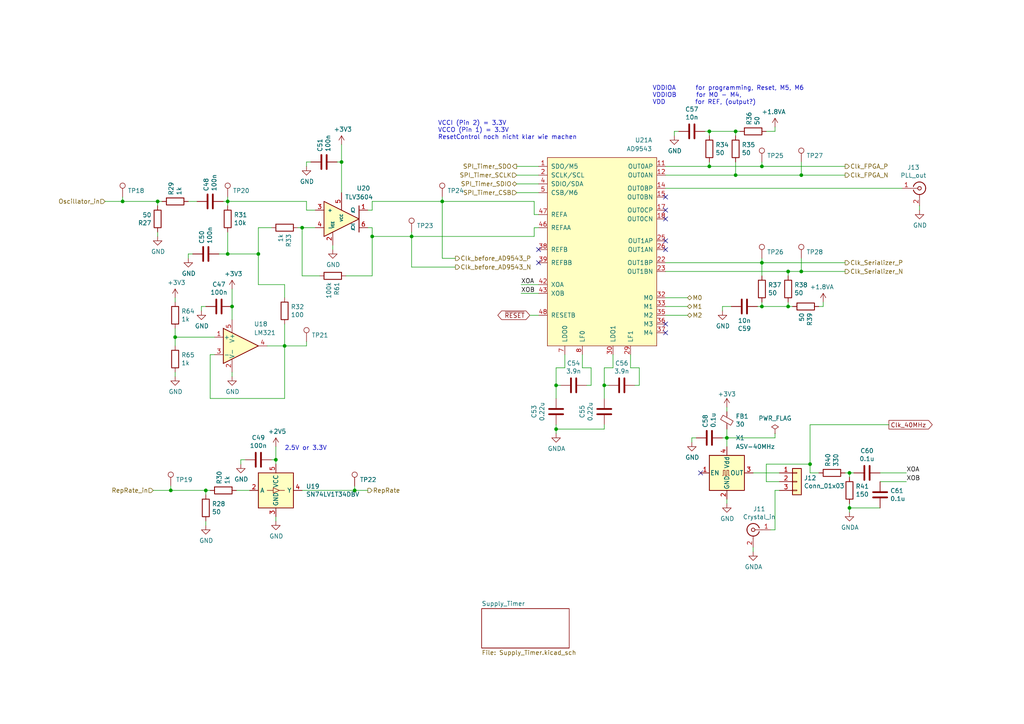
<source format=kicad_sch>
(kicad_sch (version 20250114) (generator "eeschema") (generator_version "9.0")
  (paper "A4")
  (title_block (title "TDS Transmitter - Clock PLL") (date "2025-02-17") (company "(C) 2025 ETH Zurich, Y. Acremann") (comment 1 "License:  GNU public license v. 3.0"))
  (lib_symbols
    (symbol "AD9543:AD9543" (pin_names (offset 1.016))
      (property "Reference" "U" (at 16.51 22.86 0))
      (property "Value" "AD9543" (at 14.605 20.32 0))
      (symbol "AD9543_1_1"
        (rectangle (start -16.51 27.94) (end 15.24 -26.67) (fill (type background)))
        (pin output line (at -19.05 25.4 0) (length 2.54) (name "SDO/M5") (number "1"))
        (pin input line (at -19.05 22.86 0) (length 2.54) (name "SCLK/SCL") (number "2"))
        (pin bidirectional line (at -19.05 20.32 0) (length 2.54) (name "SDIO/SDA") (number "4"))
        (pin bidirectional line (at -19.05 17.78 0) (length 2.54) (name "CSB/M6") (number "5"))
        (pin input line (at -19.05 11.43 0) (length 2.54) (name "REFA") (number "47"))
        (pin input line (at -19.05 7.62 0) (length 2.54) (name "REFAA") (number "46"))
        (pin input line (at -19.05 1.27 0) (length 2.54) (name "REFB") (number "38"))
        (pin input line (at -19.05 -2.54 0) (length 2.54) (name "REFBB") (number "39"))
        (pin input line (at -19.05 -8.89 0) (length 2.54) (name "XOA") (number "42"))
        (pin input line (at -19.05 -11.43 0) (length 2.54) (name "XOB") (number "43"))
        (pin input line (at -19.05 -17.78 0) (length 2.54) (name "RESETB") (number "48"))
        (pin input line (at -11.43 -29.21 90) (length 2.54) (name "LDO0") (number "7"))
        (pin no_connect line (at -10.16 27.94 270) (length 2.54) (hide yes) (name "DNC") (number "44"))
        (pin no_connect line (at -7.62 27.94 270) (length 2.54) (hide yes) (name "DNC") (number "21"))
        (pin bidirectional line (at -6.35 -29.21 90) (length 2.54) (name "LF0") (number "8"))
        (pin no_connect line (at -5.08 27.94 270) (length 2.54) (hide yes) (name "DNC") (number "16"))
        (pin input line (at 2.54 -29.21 90) (length 2.54) (name "LDO1") (number "30"))
        (pin bidirectional line (at 7.62 -29.21 90) (length 2.54) (name "LF1") (number "29"))
        (pin output line (at 17.78 25.4 180) (length 2.54) (name "OUT0AP") (number "11"))
        (pin output line (at 17.78 22.86 180) (length 2.54) (name "OUT0AN") (number "12"))
        (pin output line (at 17.78 19.05 180) (length 2.54) (name "OUT0BP") (number "14"))
        (pin output line (at 17.78 16.51 180) (length 2.54) (name "OUT0BN") (number "15"))
        (pin output line (at 17.78 12.7 180) (length 2.54) (name "OUT0CP") (number "17"))
        (pin output line (at 17.78 10.16 180) (length 2.54) (name "OUT0CN") (number "18"))
        (pin output line (at 17.78 3.81 180) (length 2.54) (name "OUT1AP") (number "25"))
        (pin output line (at 17.78 1.27 180) (length 2.54) (name "OUT1AN") (number "26"))
        (pin output line (at 17.78 -2.54 180) (length 2.54) (name "OUT1BP") (number "22"))
        (pin output line (at 17.78 -5.08 180) (length 2.54) (name "OUT1BN") (number "23"))
        (pin bidirectional line (at 17.78 -12.7 180) (length 2.54) (name "M0") (number "32"))
        (pin bidirectional line (at 17.78 -15.24 180) (length 2.54) (name "M1") (number "33"))
        (pin bidirectional line (at 17.78 -17.78 180) (length 2.54) (name "M2") (number "35"))
        (pin bidirectional line (at 17.78 -20.32 180) (length 2.54) (name "M3") (number "36"))
        (pin bidirectional line (at 17.78 -22.86 180) (length 2.54) (name "M4") (number "37"))
      )
      (symbol "AD9543_2_1"
        (rectangle (start 12.7 -15.24) (end -12.7 15.24) (fill (type background)))
        (pin power_in line (at -15.24 7.62 0) (length 2.54) (name "VDD") (number "19"))
        (pin power_in line (at -15.24 2.54 0) (length 2.54) (name "VDD") (number "13"))
        (pin power_in line (at -15.24 -2.54 0) (length 2.54) (name "VDD") (number "10"))
        (pin power_in line (at -15.24 -7.62 0) (length 2.54) (name "VDD") (number "9"))
        (pin power_in line (at -15.24 -12.7 0) (length 2.54) (name "VDD") (number "6"))
        (pin power_in line (at -7.62 17.78 270) (length 2.54) (name "VDD") (number "20"))
        (pin power_in line (at -6.35 -17.78 90) (length 2.54) (name "EPAD") (number "49"))
        (pin power_in line (at -2.54 17.78 270) (length 2.54) (name "VDD") (number "24"))
        (pin power_in line (at 0 -17.78 90) (length 2.54) (name "VDDIOA") (number "3"))
        (pin power_in line (at 2.54 17.78 270) (length 2.54) (name "VDD") (number "27"))
        (pin power_in line (at 6.35 -17.78 90) (length 2.54) (name "VDDIOB") (number "34"))
        (pin power_in line (at 7.62 17.78 270) (length 2.54) (name "VDD") (number "28"))
        (pin power_in line (at 15.24 7.62 180) (length 2.54) (name "VDD") (number "31"))
        (pin power_in line (at 15.24 2.54 180) (length 2.54) (name "VDD") (number "40"))
        (pin power_in line (at 15.24 -2.54 180) (length 2.54) (name "VDD") (number "41"))
        (pin power_in line (at 15.24 -7.62 180) (length 2.54) (name "VDD") (number "45"))
      )
    )
    (symbol "Amplifier_Operational:LM321" (pin_names (offset 0.127))
      (property "Reference" "U" (at 0 7.62 0))
      (property "Value" "Amplifier_Operational_LM321" (at 0 5.08 0))
      (symbol "LM321_0_1"
        (polyline (pts (xy -5.08 5.08) (xy 5.08 0) (xy -5.08 -5.08) (xy -5.08 5.08)) (stroke (width 0.254)) (fill (type background)))
      )
      (symbol "LM321_1_1"
        (pin input line (at -7.62 2.54 0) (length 2.54) (name "+") (number "1"))
        (pin input line (at -7.62 -2.54 0) (length 2.54) (name "-") (number "3"))
        (pin power_in line (at -2.54 7.62 270) (length 3.81) (name "V+") (number "5"))
        (pin power_in line (at -2.54 -7.62 90) (length 3.81) (name "V-") (number "2"))
        (pin output line (at 7.62 0 180) (length 2.54) (name "~") (number "4"))
      )
    )
    (symbol "Comparator_2:TLV3604" (pin_names (offset 1.016))
      (property "Reference" "U" (at 11.43 8.89 0))
      (property "Value" "TLV3604" (at 11.43 5.08 0))
      (symbol "TLV3604_1_1"
        (polyline (pts (xy 5.08 3.81) (xy 5.08 0) (xy -5.08 5.08) (xy -5.08 -5.08) (xy 5.08 0) (xy 5.08 -3.81)) (stroke (width 0.254)) (fill (type background)))
        (pin input line (at -7.62 2.54 0) (length 2.54) (name "+") (number "3"))
        (pin input line (at -7.62 -2.54 0) (length 2.54) (name "-") (number "4"))
        (pin power_in line (at -2.54 -7.62 90) (length 3.81) (name "VEE") (number "2"))
        (pin power_in line (at 0 7.62 270) (length 5.08) (name "VCC") (number "5"))
        (pin output line (at 7.62 2.54 180) (length 2.54) (name "Q") (number "1"))
        (pin output line (at 7.62 -2.54 180) (length 2.54) (name "~{Q}") (number "6"))
      )
    )
    (symbol "Connector:Conn_Coaxial" (pin_names (offset 1.016) (hide yes))
      (property "Reference" "J" (at 0.254 3.048 0))
      (property "Value" "Connector_Conn_Coaxial" (at 2.921 0 90))
      (symbol "Conn_Coaxial_0_1"
        (polyline (pts (xy -2.54 0) (xy -0.508 0)))
        (arc (start 1.778 0) (mid 0.222 -1.8079) (end -1.778 -0.508) (stroke (width 0.254)))
        (arc (start -1.778 0.508) (mid 0.2221 1.8084) (end 1.778 0) (stroke (width 0.254)))
        (circle (center 0 0) (radius 0.508) (stroke (width 0.2032)))
        (polyline (pts (xy 0 -2.54) (xy 0 -1.778)))
      )
      (symbol "Conn_Coaxial_1_1"
        (pin passive line (at -5.08 0 0) (length 2.54) (name "In") (number "1"))
        (pin passive line (at 0 -5.08 90) (length 2.54) (name "Ext") (number "2"))
      )
    )
    (symbol "Connector:TestPoint" (pin_numbers (hide yes)) (pin_names (offset 0.762) (hide yes))
      (property "Reference" "TP" (at 0 6.858 0))
      (property "Value" "Connector_TestPoint" (at 0 5.08 0))
      (symbol "TestPoint_0_1"
        (circle (center 0 3.302) (radius 0.762))
      )
      (symbol "TestPoint_1_1"
        (pin passive line (at 0 0 90) (length 2.54) (name "1") (number "1"))
      )
    )
    (symbol "Connector_Generic:Conn_01x03" (pin_names (offset 1.016) (hide yes))
      (property "Reference" "J" (at 0 5.08 0))
      (property "Value" "Connector_Generic_Conn_01x03" (at 0 -5.08 0))
      (symbol "Conn_01x03_1_1"
        (rectangle (start -1.27 3.81) (end 1.27 -3.81) (stroke (width 0.254)) (fill (type background)))
        (rectangle (start -1.27 2.667) (end 0 2.413) (stroke (width 0.1524)))
        (rectangle (start -1.27 0.127) (end 0 -0.127) (stroke (width 0.1524)))
        (rectangle (start -1.27 -2.413) (end 0 -2.667) (stroke (width 0.1524)))
        (pin passive line (at -5.08 2.54 0) (length 3.81) (name "Pin_1") (number "1"))
        (pin passive line (at -5.08 0 0) (length 3.81) (name "Pin_2") (number "2"))
        (pin passive line (at -5.08 -2.54 0) (length 3.81) (name "Pin_3") (number "3"))
      )
    )
    (symbol "Device:C" (pin_numbers (hide yes)) (pin_names (offset 0.254))
      (property "Reference" "C" (at 0.635 2.54 0))
      (property "Value" "Device_C" (at 0.635 -2.54 0))
      (symbol "C_0_1"
        (polyline (pts (xy -2.032 0.762) (xy 2.032 0.762)) (stroke (width 0.508)))
        (polyline (pts (xy -2.032 -0.762) (xy 2.032 -0.762)) (stroke (width 0.508)))
      )
      (symbol "C_1_1"
        (pin passive line (at 0 3.81 270) (length 2.794) (name "~") (number "1"))
        (pin passive line (at 0 -3.81 90) (length 2.794) (name "~") (number "2"))
      )
    )
    (symbol "Device:Ferrite_Bead_Small" (pin_numbers (hide yes)) (pin_names (offset 0))
      (property "Reference" "FB" (at 1.905 1.27 0))
      (property "Value" "Device_Ferrite_Bead_Small" (at 1.905 -1.27 0))
      (symbol "Ferrite_Bead_Small_0_1"
        (polyline (pts (xy -1.8288 0.2794) (xy -1.1176 1.4986) (xy 1.8288 -0.2032) (xy 1.1176 -1.4224) (xy -1.8288 0.2794)))
        (polyline (pts (xy 0 0.889) (xy 0 1.2954)))
        (polyline (pts (xy 0 -1.27) (xy 0 -0.7874)))
      )
      (symbol "Ferrite_Bead_Small_1_1"
        (pin passive line (at 0 2.54 270) (length 1.27) (name "~") (number "1"))
        (pin passive line (at 0 -2.54 90) (length 1.27) (name "~") (number "2"))
      )
    )
    (symbol "Device:R" (pin_numbers (hide yes)) (pin_names (offset 0))
      (property "Reference" "R" (at 2.032 0 90))
      (property "Value" "Device_R" (at 0 0 90))
      (symbol "R_0_1"
        (rectangle (start -1.016 -2.54) (end 1.016 2.54) (stroke (width 0.254)))
      )
      (symbol "R_1_1"
        (pin passive line (at 0 3.81 270) (length 1.27) (name "~") (number "1"))
        (pin passive line (at 0 -3.81 90) (length 1.27) (name "~") (number "2"))
      )
    )
    (symbol "Oscillator:ASV-xxxMHz" (pin_names (offset 0.254))
      (property "Reference" "X" (at -5.08 6.35 0))
      (property "Value" "Oscillator_ASV-xxxMHz" (at 1.27 -6.35 0))
      (symbol "ASV-xxxMHz_0_1"
        (rectangle (start -5.08 5.08) (end 5.08 -5.08) (stroke (width 0.254)) (fill (type background)))
        (polyline (pts (xy -1.27 -0.762) (xy -1.016 -0.762) (xy -1.016 0.762) (xy -0.508 0.762) (xy -0.508 -0.762) (xy 0 -0.762) (xy 0 0.762) (xy 0.508 0.762) (xy 0.508 -0.762) (xy 0.762 -0.762)))
      )
      (symbol "ASV-xxxMHz_1_1"
        (pin input line (at -7.62 0 0) (length 2.54) (name "EN") (number "1"))
        (pin power_in line (at 0 7.62 270) (length 2.54) (name "Vdd") (number "4"))
        (pin power_in line (at 0 -7.62 90) (length 2.54) (name "GND") (number "2"))
        (pin output line (at 7.62 0 180) (length 2.54) (name "OUT") (number "3"))
      )
    )
    (symbol "Transmitter-rescue:SN74LV1T34DBV-Logic_LevelTranslator"
      (property "Reference" "U" (at 5.08 6.35 0))
      (property "Value" "SN74LV1T34DBV-Logic_LevelTranslator" (at 5.08 3.81 0))
      (symbol "SN74LV1T34DBV-Logic_LevelTranslator_0_1"
        (rectangle (start -5.08 5.08) (end 5.08 -5.08) (stroke (width 0.254)) (fill (type background)))
        (polyline (pts (xy -0.762 0) (xy -2.54 0)))
        (polyline (pts (xy 1.016 0) (xy 2.54 0)))
      )
      (symbol "SN74LV1T34DBV-Logic_LevelTranslator_1_1"
        (polyline (pts (xy -0.762 -0.762) (xy -0.762 0.762) (xy 1.016 0) (xy -0.762 -0.762)))
        (pin input line (at -7.62 0 0) (length 2.54) (name "A") (number "2"))
        (pin no_connect line (at -5.08 2.54 0) (length 2.54) (hide yes) (name "NC") (number "1"))
        (pin power_in line (at 0 7.62 270) (length 2.54) (name "VCC") (number "5"))
        (pin power_in line (at 0 -7.62 90) (length 2.54) (name "GND") (number "3"))
        (pin output line (at 7.62 0 180) (length 2.54) (name "Y") (number "4"))
      )
    )
    (symbol "power:+2V5" (power) (pin_names (offset 0))
      (property "Value" "power_+2V5" (at 0 3.556 0))
      (symbol "+2V5_0_1"
        (polyline (pts (xy -0.762 1.27) (xy 0 2.54)))
        (polyline (pts (xy 0 2.54) (xy 0.762 1.27)))
        (polyline (pts (xy 0 0) (xy 0 2.54)))
      )
      (symbol "+2V5_1_1"
        (pin power_in line (at 0 0 90) (length 0) (hide yes) (name "+2V5") (number "1"))
      )
    )
    (symbol "power:+3.3V" (power) (pin_names (offset 0))
      (property "Value" "power_+3.3V" (at 0 3.556 0))
      (symbol "+3.3V_0_1"
        (polyline (pts (xy -0.762 1.27) (xy 0 2.54)))
        (polyline (pts (xy 0 2.54) (xy 0.762 1.27)))
        (polyline (pts (xy 0 0) (xy 0 2.54)))
      )
      (symbol "+3.3V_1_1"
        (pin power_in line (at 0 0 90) (length 0) (hide yes) (name "+3V3") (number "1"))
      )
    )
    (symbol "power:GND" (power) (pin_names (offset 0))
      (property "Value" "power_GND" (at 0 -3.81 0))
      (symbol "GND_0_1"
        (polyline (pts (xy 0 0) (xy 0 -1.27) (xy 1.27 -1.27) (xy 0 -2.54) (xy -1.27 -1.27) (xy 0 -1.27)))
      )
      (symbol "GND_1_1"
        (pin power_in line (at 0 0 270) (length 0) (hide yes) (name "GND") (number "1"))
      )
    )
    (symbol "power:GNDA" (power) (pin_names (offset 0))
      (property "Value" "power_GNDA" (at 0 -3.81 0))
      (symbol "GNDA_0_1"
        (polyline (pts (xy 0 0) (xy 0 -1.27) (xy 1.27 -1.27) (xy 0 -2.54) (xy -1.27 -1.27) (xy 0 -1.27)))
      )
      (symbol "GNDA_1_1"
        (pin power_in line (at 0 0 270) (length 0) (hide yes) (name "GNDA") (number "1"))
      )
    )
    (symbol "power:PWR_FLAG" (power) (pin_numbers (hide yes)) (pin_names (offset 0) (hide yes))
      (property "Value" "power_PWR_FLAG" (at 0 3.81 0))
      (symbol "PWR_FLAG_0_0"
        (pin power_out line (at 0 0 90) (length 0) (name "pwr") (number "1"))
      )
      (symbol "PWR_FLAG_0_1"
        (polyline (pts (xy 0 0) (xy 0 1.27) (xy -1.016 1.905) (xy 0 2.54) (xy 1.016 1.905) (xy 0 1.27)))
      )
    )
    (symbol "power_2:+1.8VA" (pin_names (offset 1.016))
      (property "Value" "+1.8VA" (at 0 3.81 0))
      (symbol "+1.8VA_1_1"
        (polyline (pts (xy -0.762 1.27) (xy 0 2.54)))
        (polyline (pts (xy 0 2.54) (xy 0.762 1.27)))
        (polyline (pts (xy 0 0) (xy 0 2.54)))
        (pin power_in line (at 0 0 90) (length 0) (hide yes) (name "+1V0") (number "1"))
      )
    )
  )
  (text "2.5V or 3.3V\n" (at 82.55 130.81 0) (effects (font (size 1.27 1.27)) (justify left bottom)))
  (text "VDDIOA      for programming, Reset, M5, M6\nVDDIOB      for M0 - M4, \nVDD         for REF, (output?)" (at 189.23 30.48 0) (effects (font (size 1.27 1.27)) (justify left bottom)))
  (text "VCCI (Pin 2) = 3.3V\nVCCO (Pin 1) = 3.3V\nResetControl noch nicht klar wie machen\n" (at 127 40.64 0) (effects (font (size 1.27 1.27)) (justify left bottom)))
  (junction (at 213.36 38.1))
  (junction (at 220.98 88.9))
  (junction (at 35.56 58.42))
  (junction (at 205.74 38.1))
  (junction (at 66.04 58.42))
  (junction (at 228.6 78.74))
  (junction (at 232.41 78.74))
  (junction (at 161.29 124.46))
  (junction (at 66.04 73.66))
  (junction (at 67.31 88.9))
  (junction (at 161.29 111.76))
  (junction (at 232.41 50.8))
  (junction (at 228.6 88.9))
  (junction (at 119.38 68.58))
  (junction (at 87.63 66.04))
  (junction (at 205.74 48.26))
  (junction (at 45.72 58.42))
  (junction (at 234.95 134.62))
  (junction (at 246.38 137.16))
  (junction (at 50.8 97.79))
  (junction (at 74.93 73.66))
  (junction (at 99.06 46.99))
  (junction (at 82.55 100.33))
  (junction (at 175.26 111.76))
  (junction (at 80.01 133.35))
  (junction (at 128.27 58.42))
  (junction (at 246.38 147.32))
  (junction (at 59.69 142.24))
  (junction (at 49.53 142.24))
  (junction (at 220.98 76.2))
  (junction (at 102.87 142.24))
  (junction (at 210.82 127))
  (junction (at 220.98 48.26))
  (junction (at 107.95 68.58))
  (junction (at 213.36 50.8))
  (no_connect (at 156.21 72.39))
  (no_connect (at 193.04 96.52))
  (no_connect (at 193.04 63.5))
  (no_connect (at 193.04 69.85))
  (no_connect (at 203.2 137.16))
  (no_connect (at 193.04 57.15))
  (no_connect (at 156.21 76.2))
  (no_connect (at 193.04 72.39))
  (no_connect (at 193.04 60.96))
  (no_connect (at 193.04 93.98))
  (wire (pts (xy 232.41 78.74) (xy 245.11 78.74)))
  (wire (pts (xy 161.29 124.46) (xy 175.26 124.46)))
  (wire (pts (xy 220.98 87.63) (xy 220.98 88.9)))
  (wire (pts (xy 87.63 142.24) (xy 102.87 142.24)))
  (wire (pts (xy 102.87 142.24) (xy 106.68 142.24)))
  (wire (pts (xy 102.87 140.97) (xy 102.87 142.24)))
  (wire (pts (xy 175.26 106.68) (xy 177.8 106.68)))
  (wire (pts (xy 66.04 67.31) (xy 66.04 73.66)))
  (wire (pts (xy 232.41 74.93) (xy 232.41 78.74)))
  (wire (pts (xy 163.83 102.87) (xy 163.83 106.68)))
  (wire (pts (xy 175.26 106.68) (xy 175.26 111.76)))
  (wire (pts (xy 246.38 138.43) (xy 246.38 137.16)))
  (wire (pts (xy 128.27 74.93) (xy 132.08 74.93)))
  (wire (pts (xy 237.49 88.9) (xy 238.76 88.9)))
  (wire (pts (xy 67.31 107.95) (xy 67.31 109.22)))
  (wire (pts (xy 44.45 142.24) (xy 49.53 142.24)))
  (wire (pts (xy 119.38 77.47) (xy 132.08 77.47)))
  (wire (pts (xy 78.74 133.35) (xy 80.01 133.35)))
  (wire (pts (xy 99.06 41.91) (xy 99.06 46.99)))
  (wire (pts (xy 88.9 99.06) (xy 88.9 100.33)))
  (wire (pts (xy 196.85 38.1) (xy 195.58 38.1)))
  (wire (pts (xy 246.38 137.16) (xy 247.65 137.16)))
  (wire (pts (xy 50.8 109.22) (xy 50.8 107.95)))
  (wire (pts (xy 201.93 127) (xy 200.66 127)))
  (wire (pts (xy 107.95 58.42) (xy 107.95 60.96)))
  (wire (pts (xy 213.36 38.1) (xy 214.63 38.1)))
  (wire (pts (xy 90.17 46.99) (xy 88.9 46.99)))
  (wire (pts (xy 234.95 137.16) (xy 234.95 134.62)))
  (wire (pts (xy 199.39 91.44) (xy 193.04 91.44)))
  (wire (pts (xy 156.21 53.34) (xy 149.86 53.34)))
  (wire (pts (xy 218.44 137.16) (xy 226.06 137.16)))
  (wire (pts (xy 58.42 88.9) (xy 58.42 90.17)))
  (wire (pts (xy 119.38 68.58) (xy 154.94 68.58)))
  (wire (pts (xy 224.79 125.73) (xy 224.79 127)))
  (wire (pts (xy 107.95 68.58) (xy 107.95 80.01)))
  (wire (pts (xy 193.04 54.61) (xy 261.62 54.61)))
  (wire (pts (xy 232.41 46.99) (xy 232.41 50.8)))
  (wire (pts (xy 228.6 80.01) (xy 228.6 78.74)))
  (wire (pts (xy 185.42 111.76) (xy 184.15 111.76)))
  (wire (pts (xy 66.04 57.15) (xy 66.04 58.42)))
  (wire (pts (xy 50.8 97.79) (xy 50.8 100.33)))
  (wire (pts (xy 199.39 86.36) (xy 193.04 86.36)))
  (wire (pts (xy 224.79 36.83) (xy 224.79 38.1)))
  (wire (pts (xy 205.74 38.1) (xy 213.36 38.1)))
  (wire (pts (xy 220.98 46.99) (xy 220.98 48.26)))
  (wire (pts (xy 204.47 38.1) (xy 205.74 38.1)))
  (wire (pts (xy 205.74 39.37) (xy 205.74 38.1)))
  (wire (pts (xy 50.8 86.36) (xy 50.8 87.63)))
  (wire (pts (xy 50.8 97.79) (xy 50.8 95.25)))
  (wire (pts (xy 66.04 58.42) (xy 66.04 59.69)))
  (wire (pts (xy 68.58 142.24) (xy 72.39 142.24)))
  (wire (pts (xy 255.27 147.32) (xy 246.38 147.32)))
  (wire (pts (xy 60.96 102.87) (xy 60.96 115.57)))
  (wire (pts (xy 193.04 88.9) (xy 199.39 88.9)))
  (wire (pts (xy 156.21 50.8) (xy 149.86 50.8)))
  (wire (pts (xy 35.56 58.42) (xy 45.72 58.42)))
  (wire (pts (xy 80.01 133.35) (xy 80.01 129.54)))
  (wire (pts (xy 107.95 60.96) (xy 106.68 60.96)))
  (wire (pts (xy 66.04 73.66) (xy 74.93 73.66)))
  (wire (pts (xy 220.98 48.26) (xy 245.11 48.26)))
  (wire (pts (xy 82.55 86.36) (xy 82.55 82.55)))
  (wire (pts (xy 210.82 146.05) (xy 210.82 144.78)))
  (wire (pts (xy 226.06 142.24) (xy 224.79 142.24)))
  (wire (pts (xy 87.63 66.04) (xy 86.36 66.04)))
  (wire (pts (xy 107.95 58.42) (xy 128.27 58.42)))
  (wire (pts (xy 60.96 142.24) (xy 59.69 142.24)))
  (wire (pts (xy 49.53 142.24) (xy 59.69 142.24)))
  (wire (pts (xy 119.38 67.31) (xy 119.38 68.58)))
  (wire (pts (xy 154.94 66.04) (xy 154.94 68.58)))
  (wire (pts (xy 220.98 76.2) (xy 245.11 76.2)))
  (wire (pts (xy 224.79 38.1) (xy 222.25 38.1)))
  (wire (pts (xy 220.98 74.93) (xy 220.98 76.2)))
  (wire (pts (xy 66.04 58.42) (xy 88.9 58.42)))
  (wire (pts (xy 49.53 140.97) (xy 49.53 142.24)))
  (wire (pts (xy 153.67 91.44) (xy 156.21 91.44)))
  (wire (pts (xy 210.82 129.54) (xy 210.82 127)))
  (wire (pts (xy 177.8 102.87) (xy 177.8 106.68)))
  (wire (pts (xy 67.31 83.82) (xy 67.31 88.9)))
  (wire (pts (xy 213.36 50.8) (xy 232.41 50.8)))
  (wire (pts (xy 35.56 57.15) (xy 35.56 58.42)))
  (wire (pts (xy 66.04 58.42) (xy 64.77 58.42)))
  (wire (pts (xy 228.6 87.63) (xy 228.6 88.9)))
  (wire (pts (xy 175.26 124.46) (xy 175.26 123.19)))
  (wire (pts (xy 156.21 55.88) (xy 149.86 55.88)))
  (wire (pts (xy 185.42 106.68) (xy 185.42 111.76)))
  (wire (pts (xy 154.94 62.23) (xy 156.21 62.23)))
  (wire (pts (xy 88.9 58.42) (xy 88.9 60.96)))
  (wire (pts (xy 210.82 127) (xy 210.82 124.46)))
  (wire (pts (xy 62.23 102.87) (xy 60.96 102.87)))
  (wire (pts (xy 229.87 88.9) (xy 228.6 88.9)))
  (wire (pts (xy 224.79 142.24) (xy 224.79 153.67)))
  (wire (pts (xy 245.11 137.16) (xy 246.38 137.16)))
  (wire (pts (xy 193.04 76.2) (xy 220.98 76.2)))
  (wire (pts (xy 232.41 50.8) (xy 245.11 50.8)))
  (wire (pts (xy 107.95 68.58) (xy 119.38 68.58)))
  (wire (pts (xy 210.82 119.38) (xy 210.82 118.11)))
  (wire (pts (xy 161.29 111.76) (xy 162.56 111.76)))
  (wire (pts (xy 156.21 66.04) (xy 154.94 66.04)))
  (wire (pts (xy 46.99 58.42) (xy 45.72 58.42)))
  (wire (pts (xy 222.25 139.7) (xy 222.25 134.62)))
  (wire (pts (xy 54.61 73.66) (xy 54.61 74.93)))
  (wire (pts (xy 97.79 46.99) (xy 99.06 46.99)))
  (wire (pts (xy 193.04 50.8) (xy 213.36 50.8)))
  (wire (pts (xy 59.69 152.4) (xy 59.69 151.13)))
  (wire (pts (xy 149.86 48.26) (xy 156.21 48.26)))
  (wire (pts (xy 87.63 66.04) (xy 87.63 80.01)))
  (wire (pts (xy 82.55 100.33) (xy 82.55 93.98)))
  (wire (pts (xy 156.21 85.09) (xy 151.13 85.09)))
  (wire (pts (xy 91.44 60.96) (xy 88.9 60.96)))
  (wire (pts (xy 107.95 66.04) (xy 106.68 66.04)))
  (wire (pts (xy 205.74 48.26) (xy 220.98 48.26)))
  (wire (pts (xy 163.83 106.68) (xy 161.29 106.68)))
  (wire (pts (xy 87.63 80.01) (xy 92.71 80.01)))
  (wire (pts (xy 224.79 127) (xy 210.82 127)))
  (wire (pts (xy 82.55 100.33) (xy 77.47 100.33)))
  (wire (pts (xy 224.79 153.67) (xy 223.52 153.67)))
  (wire (pts (xy 210.82 127) (xy 209.55 127)))
  (wire (pts (xy 69.85 133.35) (xy 69.85 134.62)))
  (wire (pts (xy 154.94 58.42) (xy 154.94 62.23)))
  (wire (pts (xy 67.31 88.9) (xy 67.31 92.71)))
  (wire (pts (xy 171.45 111.76) (xy 170.18 111.76)))
  (wire (pts (xy 88.9 46.99) (xy 88.9 48.26)))
  (wire (pts (xy 234.95 134.62) (xy 234.95 123.19)))
  (wire (pts (xy 60.96 115.57) (xy 82.55 115.57)))
  (wire (pts (xy 82.55 82.55) (xy 74.93 82.55)))
  (wire (pts (xy 255.27 137.16) (xy 262.89 137.16)))
  (wire (pts (xy 220.98 88.9) (xy 219.71 88.9)))
  (wire (pts (xy 175.26 111.76) (xy 175.26 115.57)))
  (wire (pts (xy 128.27 57.15) (xy 128.27 58.42)))
  (wire (pts (xy 193.04 78.74) (xy 228.6 78.74)))
  (wire (pts (xy 59.69 142.24) (xy 59.69 143.51)))
  (wire (pts (xy 171.45 106.68) (xy 171.45 111.76)))
  (wire (pts (xy 80.01 151.13) (xy 80.01 149.86)))
  (wire (pts (xy 107.95 68.58) (xy 107.95 66.04)))
  (wire (pts (xy 128.27 58.42) (xy 154.94 58.42)))
  (wire (pts (xy 228.6 88.9) (xy 220.98 88.9)))
  (wire (pts (xy 128.27 58.42) (xy 128.27 74.93)))
  (wire (pts (xy 151.13 82.55) (xy 156.21 82.55)))
  (wire (pts (xy 87.63 66.04) (xy 91.44 66.04)))
  (wire (pts (xy 99.06 46.99) (xy 99.06 55.88)))
  (wire (pts (xy 234.95 123.19) (xy 257.81 123.19)))
  (wire (pts (xy 220.98 80.01) (xy 220.98 76.2)))
  (wire (pts (xy 209.55 90.17) (xy 209.55 88.9)))
  (wire (pts (xy 74.93 66.04) (xy 74.93 73.66)))
  (wire (pts (xy 45.72 58.42) (xy 45.72 59.69)))
  (wire (pts (xy 175.26 111.76) (xy 176.53 111.76)))
  (wire (pts (xy 209.55 88.9) (xy 212.09 88.9)))
  (wire (pts (xy 30.48 58.42) (xy 35.56 58.42)))
  (wire (pts (xy 246.38 148.59) (xy 246.38 147.32)))
  (wire (pts (xy 71.12 133.35) (xy 69.85 133.35)))
  (wire (pts (xy 161.29 125.73) (xy 161.29 124.46)))
  (wire (pts (xy 54.61 58.42) (xy 57.15 58.42)))
  (wire (pts (xy 107.95 80.01) (xy 100.33 80.01)))
  (wire (pts (xy 222.25 134.62) (xy 234.95 134.62)))
  (wire (pts (xy 205.74 48.26) (xy 205.74 46.99)))
  (wire (pts (xy 161.29 106.68) (xy 161.29 111.76)))
  (wire (pts (xy 200.66 127) (xy 200.66 128.27)))
  (wire (pts (xy 234.95 137.16) (xy 237.49 137.16)))
  (wire (pts (xy 161.29 115.57) (xy 161.29 111.76)))
  (wire (pts (xy 80.01 133.35) (xy 80.01 134.62)))
  (wire (pts (xy 74.93 66.04) (xy 78.74 66.04)))
  (wire (pts (xy 119.38 68.58) (xy 119.38 77.47)))
  (wire (pts (xy 88.9 100.33) (xy 82.55 100.33)))
  (wire (pts (xy 82.55 115.57) (xy 82.55 100.33)))
  (wire (pts (xy 218.44 158.75) (xy 218.44 160.02)))
  (wire (pts (xy 74.93 73.66) (xy 74.93 82.55)))
  (wire (pts (xy 228.6 78.74) (xy 232.41 78.74)))
  (wire (pts (xy 185.42 106.68) (xy 182.88 106.68)))
  (wire (pts (xy 168.91 106.68) (xy 171.45 106.68)))
  (wire (pts (xy 262.89 139.7) (xy 255.27 139.7)))
  (wire (pts (xy 246.38 147.32) (xy 246.38 146.05)))
  (wire (pts (xy 266.7 60.96) (xy 266.7 59.69)))
  (wire (pts (xy 96.52 72.39) (xy 96.52 71.12)))
  (wire (pts (xy 195.58 38.1) (xy 195.58 39.37)))
  (wire (pts (xy 50.8 97.79) (xy 62.23 97.79)))
  (wire (pts (xy 55.88 73.66) (xy 54.61 73.66)))
  (wire (pts (xy 213.36 39.37) (xy 213.36 38.1)))
  (wire (pts (xy 161.29 124.46) (xy 161.29 123.19)))
  (wire (pts (xy 226.06 139.7) (xy 222.25 139.7)))
  (wire (pts (xy 45.72 68.58) (xy 45.72 67.31)))
  (wire (pts (xy 59.69 88.9) (xy 58.42 88.9)))
  (wire (pts (xy 168.91 102.87) (xy 168.91 106.68)))
  (wire (pts (xy 238.76 87.63) (xy 238.76 88.9)))
  (wire (pts (xy 213.36 50.8) (xy 213.36 46.99)))
  (wire (pts (xy 193.04 48.26) (xy 205.74 48.26)))
  (wire (pts (xy 63.5 73.66) (xy 66.04 73.66)))
  (wire (pts (xy 182.88 106.68) (xy 182.88 102.87)))
  (label "XOA" (at 151.13 82.55 0))
  (label "XOB" (at 262.89 139.7 0))
  (label "XOA" (at 262.89 137.16 0))
  (label "XOB" (at 151.13 85.09 0))
  (global_label "~{RESET}" (shape tri_state) (at 153.67 91.44 180) (property "Intersheetrefs" "${INTERSHEET_REFS}" (effects (hide yes))))
  (global_label "Clk_40MHz" (shape output) (at 257.81 123.19 0) (property "Intersheetrefs" "${INTERSHEET_REFS}" (effects (hide yes))))
  (hierarchical_label "Clk_before_AD9543_P" (shape output) (at 132.08 74.93 0))
  (hierarchical_label "SPI_Timer_SDIO" (shape bidirectional) (at 149.86 53.34 180))
  (hierarchical_label "Oscillator_in" (shape input) (at 30.48 58.42 180))
  (hierarchical_label "Clk_FPGA_P" (shape output) (at 245.11 48.26 0))
  (hierarchical_label "Clk_before_AD9543_N" (shape output) (at 132.08 77.47 0))
  (hierarchical_label "RepRate_in" (shape input) (at 44.45 142.24 180))
  (hierarchical_label "SPI_Timer_SDO" (shape output) (at 149.86 48.26 180))
  (hierarchical_label "Clk_Serializer_P" (shape output) (at 245.11 76.2 0))
  (hierarchical_label "RepRate" (shape output) (at 106.68 142.24 0))
  (hierarchical_label "Clk_FPGA_N" (shape output) (at 245.11 50.8 0))
  (hierarchical_label "SPI_Timer_CSB" (shape input) (at 149.86 55.88 180))
  (hierarchical_label "M1" (shape bidirectional) (at 199.39 88.9 0))
  (hierarchical_label "SPI_Timer_SCLK" (shape input) (at 149.86 50.8 180))
  (hierarchical_label "Clk_Serializer_N" (shape output) (at 245.11 78.74 0))
  (hierarchical_label "M2" (shape bidirectional) (at 199.39 91.44 0))
  (hierarchical_label "M0" (shape bidirectional) (at 199.39 86.36 0))
  (symbol (lib_id "Transmitter-rescue:SN74LV1T34DBV-Logic_LevelTranslator") (at 80.01 142.24 0) (unit 1)
    (property "Reference" "U19" (at 88.7476 141.0716 0) (effects (justify left)))
    (property "Value" "SN74LV1T34DBV" (at 88.7476 143.383 0) (effects (justify left)))
    (property "Footprint" "Package_TO_SOT_SMD:SOT-23-5" (effects (hide yes)))
    (property "Datasheet" "https://www.ti.com/lit/ds/symlink/sn74lv1t34.pdf" (effects (hide yes)))
    (property "Lieferant" "Mouser" (effects (hide yes)))
    (property "Bestellnummer" "595-SN74LV1T34DBVRG4" (effects (hide yes)))
  )
  (symbol (lib_id "Amplifier_Operational:LM321") (at 69.85 100.33 0) (unit 1)
    (property "Reference" "U18" (at 73.66 93.98 0) (effects (justify left)))
    (property "Value" "LM321" (at 73.66 96.52 0) (effects (justify left)))
    (property "Footprint" "Package_TO_SOT_SMD:SOT-353_SC-70-5_Handsoldering" (effects (hide yes)))
    (property "Datasheet" "https://www.ti.com/lit/ds/symlink/lm321lv.pdf" (effects (hide yes)))
    (property "Lieferant" "Mouser" (effects (hide yes)))
    (property "Bestellnummer" "595-LM321LVIDCKR" (effects (hide yes)))
  )
  (symbol (lib_id "power:+3.3V") (at 67.31 83.82 0) (unit 1)
    (property "Reference" "#PWR0121" (effects (hide yes)))
    (property "Value" "+3V3" (at 67.691 79.4258 0))
  )
  (symbol (lib_id "power:GND") (at 67.31 109.22 0) (unit 1)
    (property "Reference" "#PWR0122" (effects (hide yes)))
    (property "Value" "GND" (at 67.437 113.6142 0))
  )
  (symbol (lib_id "Device:C") (at 63.5 88.9 270) (unit 1)
    (property "Reference" "C47" (at 63.5 82.4992 90))
    (property "Value" "100n" (at 63.5 84.8106 90))
    (property "Footprint" "Capacitor_SMD:C_0603_1608Metric" (effects (hide yes)))
  )
  (symbol (lib_id "power:GND") (at 58.42 90.17 0) (unit 1)
    (property "Reference" "#PWR0123" (effects (hide yes)))
    (property "Value" "GND" (at 58.547 94.5642 0))
  )
  (symbol (lib_id "Device:C") (at 59.69 73.66 90) (unit 1)
    (property "Reference" "C50" (at 58.5216 70.739 0) (effects (justify left)))
    (property "Value" "100n" (at 60.833 70.739 0) (effects (justify left)))
    (property "Footprint" "Capacitor_SMD:C_0603_1608Metric" (effects (hide yes)))
  )
  (symbol (lib_id "power:GND") (at 59.69 152.4 0) (unit 1)
    (property "Reference" "#PWR0134" (effects (hide yes)))
    (property "Value" "GND" (at 59.817 156.7942 0))
  )
  (symbol (lib_id "Device:R") (at 66.04 63.5 180) (unit 1)
    (property "Reference" "R31" (at 67.818 62.3316 0) (effects (justify right)))
    (property "Value" "10k" (at 67.818 64.643 0) (effects (justify right)))
    (property "Footprint" "Resistor_SMD:R_0603_1608Metric" (effects (hide yes)))
  )
  (symbol (lib_id "power:+3.3V") (at 99.06 41.91 0) (unit 1)
    (property "Reference" "#PWR0136" (effects (hide yes)))
    (property "Value" "+3V3" (at 99.441 37.5158 0))
  )
  (symbol (lib_id "Device:C") (at 60.96 58.42 90) (unit 1)
    (property "Reference" "C48" (at 59.7916 55.499 0) (effects (justify left)))
    (property "Value" "100n" (at 62.103 55.499 0) (effects (justify left)))
    (property "Footprint" "Capacitor_SMD:C_0603_1608Metric" (effects (hide yes)))
  )
  (symbol (lib_id "Device:R") (at 50.8 58.42 270) (unit 1)
    (property "Reference" "R29" (at 49.6316 56.642 0) (effects (justify right)))
    (property "Value" "1k" (at 51.943 56.642 0) (effects (justify right)))
    (property "Footprint" "Resistor_SMD:R_0603_1608Metric" (effects (hide yes)))
  )
  (symbol (lib_id "Device:R") (at 45.72 63.5 0) (unit 1)
    (property "Reference" "R27" (at 43.942 64.6684 0) (effects (justify right)))
    (property "Value" "50" (at 43.942 62.357 0) (effects (justify right)))
    (property "Footprint" "Resistor_SMD:R_0603_1608Metric" (effects (hide yes)))
  )
  (symbol (lib_id "power:GND") (at 45.72 68.58 0) (unit 1)
    (property "Reference" "#PWR0126" (effects (hide yes)))
    (property "Value" "GND" (at 45.847 72.9742 0))
  )
  (symbol (lib_id "Device:C") (at 93.98 46.99 90) (unit 1)
    (property "Reference" "C51" (at 92.8116 44.069 0) (effects (justify left)))
    (property "Value" "100n" (at 95.123 44.069 0) (effects (justify left)))
    (property "Footprint" "Capacitor_SMD:C_0603_1608Metric" (effects (hide yes)))
  )
  (symbol (lib_id "power:GND") (at 88.9 48.26 0) (unit 1)
    (property "Reference" "#PWR0127" (effects (hide yes)))
    (property "Value" "GND" (at 89.027 52.6542 0))
  )
  (symbol (lib_id "Device:R") (at 82.55 90.17 180) (unit 1)
    (property "Reference" "R32" (at 84.328 89.0016 0) (effects (justify right)))
    (property "Value" "100" (at 84.328 91.313 0) (effects (justify right)))
    (property "Footprint" "Resistor_SMD:R_0603_1608Metric" (effects (hide yes)))
  )
  (symbol (lib_id "Device:R") (at 59.69 147.32 0) (unit 1)
    (property "Reference" "R28" (at 61.468 146.1516 0) (effects (justify left)))
    (property "Value" "50" (at 61.468 148.463 0) (effects (justify left)))
    (property "Footprint" "Resistor_SMD:R_0603_1608Metric" (effects (hide yes)))
  )
  (symbol (lib_id "Device:R") (at 64.77 142.24 90) (unit 1)
    (property "Reference" "R30" (at 63.6016 140.462 0) (effects (justify left)))
    (property "Value" "1k" (at 65.913 140.462 0) (effects (justify left)))
    (property "Footprint" "Resistor_SMD:R_0603_1608Metric" (effects (hide yes)))
  )
  (symbol (lib_id "power:GND") (at 80.01 151.13 0) (unit 1)
    (property "Reference" "#PWR0129" (effects (hide yes)))
    (property "Value" "GND" (at 80.137 155.5242 0))
  )
  (symbol (lib_id "Device:C") (at 74.93 133.35 270) (unit 1)
    (property "Reference" "C49" (at 74.93 126.9492 90))
    (property "Value" "100n" (at 74.93 129.2606 90))
    (property "Footprint" "Capacitor_SMD:C_0603_1608Metric" (effects (hide yes)))
  )
  (symbol (lib_id "power:GND") (at 69.85 134.62 0) (unit 1)
    (property "Reference" "#PWR0132" (effects (hide yes)))
    (property "Value" "GND" (at 69.977 139.0142 0))
  )
  (symbol (lib_id "AD9543:AD9543") (at 175.26 73.66 0) (unit 1)
    (property "Reference" "U21" (at 186.69 40.64 0))
    (property "Value" "AD9543" (at 185.42 43.18 0))
    (property "Footprint" "Package_CSP:LFCSP-48-1EP_7x7mm_P0.5mm_EP4.1x4.1mm" (effects (hide yes)))
    (property "Datasheet" "https://www.analog.com/media/en/technical-documentation/data-sheets/AD9543.pdf" (effects (hide yes)))
    (property "Lieferant" "Arrow" (effects (hide yes)))
    (property "Bestellnummer" "AD9543BCPZ" (effects (hide yes)))
  )
  (symbol (lib_id "Device:R") (at 205.74 43.18 180) (unit 1)
    (property "Reference" "R34" (at 207.518 42.0116 0) (effects (justify right)))
    (property "Value" "50" (at 207.518 44.323 0) (effects (justify right)))
    (property "Footprint" "Resistor_SMD:R_0603_1608Metric" (effects (hide yes)))
  )
  (symbol (lib_id "Device:C") (at 200.66 38.1 270) (unit 1)
    (property "Reference" "C57" (at 200.66 31.6992 90))
    (property "Value" "10n" (at 200.66 34.0106 90))
    (property "Footprint" "Capacitor_SMD:C_0603_1608Metric" (effects (hide yes)))
  )
  (symbol (lib_id "power_2:+1.8VA") (at 224.79 36.83 0) (unit 1)
    (property "Reference" "#PWR4" (effects (hide yes)))
    (property "Value" "+1.8VA" (at 224.409 32.4358 0))
  )
  (symbol (lib_id "Device:C") (at 215.9 88.9 90) (unit 1)
    (property "Reference" "C59" (at 215.9 95.3008 90))
    (property "Value" "10n" (at 215.9 92.9894 90))
    (property "Footprint" "Capacitor_SMD:C_0603_1608Metric" (effects (hide yes)))
  )
  (symbol (lib_id "power_2:+1.8VA") (at 238.76 87.63 0) (unit 1)
    (property "Reference" "#PWR5" (effects (hide yes)))
    (property "Value" "+1.8VA" (at 238.379 83.2358 0))
  )
  (symbol (lib_id "Connector:TestPoint") (at 102.87 140.97 0) (unit 1)
    (property "Reference" "TP22" (at 104.3432 139.1412 0) (effects (justify left)))
    (property "Value" "TestPoint" (effects (hide yes)))
    (property "Footprint" "TestPoint:TestPoint_THTPad_D1.5mm_Drill0.7mm" (effects (hide yes)))
  )
  (symbol (lib_id "Device:C") (at 180.34 111.76 270) (unit 1)
    (property "Reference" "C56" (at 180.34 105.3592 90))
    (property "Value" "3.9n" (at 180.34 107.6706 90))
    (property "Footprint" "Capacitor_SMD:C_0603_1608Metric" (effects (hide yes)))
  )
  (symbol (lib_id "Device:C") (at 161.29 119.38 0) (unit 1)
    (property "Reference" "C53" (at 154.8892 119.38 90))
    (property "Value" "0.22u" (at 157.2006 119.38 90))
    (property "Footprint" "Capacitor_SMD:C_0603_1608Metric" (effects (hide yes)))
  )
  (symbol (lib_id "Device:C") (at 175.26 119.38 0) (unit 1)
    (property "Reference" "C55" (at 168.8592 119.38 90))
    (property "Value" "0.22u" (at 171.1706 119.38 90))
    (property "Footprint" "Capacitor_SMD:C_0603_1608Metric" (effects (hide yes)))
  )
  (symbol (lib_id "power:GNDA") (at 161.29 125.73 0) (unit 1)
    (property "Reference" "#PWR0138" (effects (hide yes)))
    (property "Value" "GNDA" (at 161.417 130.1242 0))
  )
  (symbol (lib_id "Comparator_2:TLV3604") (at 99.06 63.5 0) (unit 1)
    (property "Reference" "U20" (at 105.41 54.61 0))
    (property "Value" "TLV3604" (at 104.14 57.15 0))
    (property "Footprint" "footprint:R-PDSO-G6" (effects (hide yes)))
    (property "Datasheet" "https://www.ti.com/lit/ds/symlink/tlv3604.pdf" (effects (hide yes)))
    (property "Bestellnummer" "595-TLV3604DCKR" (effects (hide yes)))
    (property "Lieferant" "Mouser" (effects (hide yes)))
  )
  (symbol (lib_id "Connector:Conn_Coaxial") (at 218.44 153.67 0) (mirror y) (unit 1)
    (property "Reference" "J11" (at 220.218 147.6248 0))
    (property "Value" "Crystal_in" (at 220.218 149.9362 0))
    (property "Footprint" "Connector_Coaxial:SMA_Amphenol_901-144_Vertical" (effects (hide yes)))
    (property "Datasheet" " ~" (effects (hide yes)))
  )
  (symbol (lib_id "Device:R") (at 213.36 43.18 180) (unit 1)
    (property "Reference" "R35" (at 215.138 42.0116 0) (effects (justify right)))
    (property "Value" "50" (at 215.138 44.323 0) (effects (justify right)))
    (property "Footprint" "Resistor_SMD:R_0603_1608Metric" (effects (hide yes)))
  )
  (symbol (lib_id "Device:R") (at 218.44 38.1 270) (unit 1)
    (property "Reference" "R36" (at 217.2716 36.322 0) (effects (justify right)))
    (property "Value" "50" (at 219.583 36.322 0) (effects (justify right)))
    (property "Footprint" "Resistor_SMD:R_0603_1608Metric" (effects (hide yes)))
  )
  (symbol (lib_id "Connector_Generic:Conn_01x03") (at 231.14 139.7 0) (unit 1)
    (property "Reference" "J12" (at 233.172 138.6332 0) (effects (justify left)))
    (property "Value" "Conn_01x03" (at 233.172 140.9446 0) (effects (justify left)))
    (property "Footprint" "Connector_PinHeader_2.54mm:PinHeader_1x03_P2.54mm_Vertical" (effects (hide yes)))
  )
  (symbol (lib_id "power:GND") (at 96.52 72.39 0) (unit 1)
    (property "Reference" "#PWR0124" (effects (hide yes)))
    (property "Value" "GND" (at 96.647 76.7842 0))
  )
  (symbol (lib_id "power:GNDA") (at 218.44 160.02 0) (unit 1)
    (property "Reference" "#PWR0146" (effects (hide yes)))
    (property "Value" "GNDA" (at 218.567 164.4142 0))
  )
  (symbol (lib_id "power:GND") (at 54.61 74.93 0) (unit 1)
    (property "Reference" "#PWR0125" (effects (hide yes)))
    (property "Value" "GND" (at 54.737 79.3242 0))
  )
  (symbol (lib_id "Device:R") (at 241.3 137.16 270) (unit 1)
    (property "Reference" "R40" (at 240.1316 135.382 0) (effects (justify right)))
    (property "Value" "330" (at 242.443 135.382 0) (effects (justify right)))
    (property "Footprint" "Resistor_SMD:R_0603_1608Metric" (effects (hide yes)))
  )
  (symbol (lib_id "Device:R") (at 246.38 142.24 180) (unit 1)
    (property "Reference" "R41" (at 248.158 141.0716 0) (effects (justify right)))
    (property "Value" "150" (at 248.158 143.383 0) (effects (justify right)))
    (property "Footprint" "Resistor_SMD:R_0603_1608Metric" (effects (hide yes)))
  )
  (symbol (lib_id "Device:C") (at 251.46 137.16 270) (unit 1)
    (property "Reference" "C60" (at 251.46 130.7592 90))
    (property "Value" "0.1u" (at 251.46 133.0706 90))
    (property "Footprint" "Capacitor_SMD:C_0402_1005Metric" (effects (hide yes)))
  )
  (symbol (lib_id "power:GNDA") (at 246.38 148.59 0) (unit 1)
    (property "Reference" "#PWR0139" (effects (hide yes)))
    (property "Value" "GNDA" (at 246.507 152.9842 0))
  )
  (symbol (lib_id "Device:C") (at 255.27 143.51 180) (unit 1)
    (property "Reference" "C61" (at 258.191 142.3416 0) (effects (justify right)))
    (property "Value" "0.1u" (at 258.191 144.653 0) (effects (justify right)))
    (property "Footprint" "Capacitor_SMD:C_0402_1005Metric" (effects (hide yes)))
  )
  (symbol (lib_id "Oscillator:ASV-xxxMHz") (at 210.82 137.16 0) (unit 1)
    (property "Reference" "X1" (at 213.36 127 0) (effects (justify left)))
    (property "Value" "ASV-40MHz" (at 213.36 129.54 0) (effects (justify left)))
    (property "Footprint" "Oscillator:Oscillator_SMD_Abracon_ASV-4Pin_7.0x5.1mm" (effects (hide yes)))
    (property "Datasheet" "http://www.abracon.com/Oscillators/ASV.pdf" (effects (hide yes)))
    (property "Lieferant" "Mouser" (effects (hide yes)))
    (property "Bestellnummer" "815-ASV-40-EJ-T" (effects (hide yes)))
  )
  (symbol (lib_id "power:+3.3V") (at 210.82 118.11 0) (unit 1)
    (property "Reference" "#PWR0141" (effects (hide yes)))
    (property "Value" "+3V3" (at 210.82 114.3 0))
  )
  (symbol (lib_id "Device:Ferrite_Bead_Small") (at 210.82 121.92 0) (unit 1)
    (property "Reference" "FB1" (at 213.36 120.7516 0) (effects (justify left)))
    (property "Value" "30" (at 213.36 123.063 0) (effects (justify left)))
    (property "Footprint" "Inductor_SMD:L_0402_1005Metric" (effects (hide yes)))
    (property "Lieferant" "Mouser" (effects (hide yes)))
    (property "Bestellnummer" "810-MPZ1005S300CT000" (effects (hide yes)))
  )
  (symbol (lib_id "Device:C") (at 205.74 127 270) (unit 1)
    (property "Reference" "C58" (at 204.5716 124.079 0) (effects (justify right)))
    (property "Value" "0.1u" (at 206.883 124.079 0) (effects (justify right)))
    (property "Footprint" "Capacitor_SMD:C_0603_1608Metric" (effects (hide yes)))
  )
  (symbol (lib_id "power:GND") (at 195.58 39.37 0) (unit 1)
    (property "Reference" "#PWR0143" (effects (hide yes)))
    (property "Value" "GND" (at 195.707 43.7642 0))
  )
  (symbol (lib_id "Device:R") (at 220.98 83.82 180) (unit 1)
    (property "Reference" "R37" (at 222.758 82.6516 0) (effects (justify right)))
    (property "Value" "50" (at 222.758 84.963 0) (effects (justify right)))
    (property "Footprint" "Resistor_SMD:R_0603_1608Metric" (effects (hide yes)))
  )
  (symbol (lib_id "Device:R") (at 228.6 83.82 180) (unit 1)
    (property "Reference" "R38" (at 230.378 82.6516 0) (effects (justify right)))
    (property "Value" "50" (at 230.378 84.963 0) (effects (justify right)))
    (property "Footprint" "Resistor_SMD:R_0603_1608Metric" (effects (hide yes)))
  )
  (symbol (lib_id "Device:R") (at 233.68 88.9 90) (unit 1)
    (property "Reference" "R39" (at 234.8484 90.678 0) (effects (justify right)))
    (property "Value" "50" (at 232.537 90.678 0) (effects (justify right)))
    (property "Footprint" "Resistor_SMD:R_0603_1608Metric" (effects (hide yes)))
  )
  (symbol (lib_id "Device:C") (at 166.37 111.76 270) (unit 1)
    (property "Reference" "C54" (at 166.37 105.3592 90))
    (property "Value" "3.9n" (at 166.37 107.6706 90))
    (property "Footprint" "Capacitor_SMD:C_0603_1608Metric" (effects (hide yes)))
  )
  (symbol (lib_id "power:+2V5") (at 80.01 129.54 0) (unit 1)
    (property "Reference" "#PWR0286" (effects (hide yes)))
    (property "Value" "+2V5" (at 80.391 125.1458 0))
  )
  (symbol (lib_id "power:GND") (at 209.55 90.17 0) (unit 1)
    (property "Reference" "#PWR0144" (effects (hide yes)))
    (property "Value" "GND" (at 209.677 94.5642 0))
  )
  (symbol (lib_id "Connector:Conn_Coaxial") (at 266.7 54.61 0) (unit 1)
    (property "Reference" "J13" (at 264.922 48.5648 0))
    (property "Value" "PLL_out" (at 264.922 50.8762 0))
    (property "Footprint" "Connector_Coaxial:SMA_Amphenol_901-144_Vertical" (effects (hide yes)))
    (property "Datasheet" " ~" (effects (hide yes)))
  )
  (symbol (lib_id "power:PWR_FLAG") (at 224.79 125.73 0) (unit 1)
    (property "Reference" "#FLG0109" (effects (hide yes)))
    (property "Value" "PWR_FLAG" (at 224.79 121.3358 0))
  )
  (symbol (lib_id "power:GND") (at 266.7 60.96 0) (unit 1)
    (property "Reference" "#PWR0145" (effects (hide yes)))
    (property "Value" "GND" (at 266.827 65.3542 0))
  )
  (symbol (lib_id "Connector:TestPoint") (at 88.9 99.06 0) (unit 1)
    (property "Reference" "TP21" (at 90.3732 97.2312 0) (effects (justify left)))
    (property "Value" "TestPoint" (effects (hide yes)))
    (property "Footprint" "TestPoint:TestPoint_THTPad_D1.5mm_Drill0.7mm" (effects (hide yes)))
  )
  (symbol (lib_id "Connector:TestPoint") (at 66.04 57.15 0) (unit 1)
    (property "Reference" "TP20" (at 67.5132 55.3212 0) (effects (justify left)))
    (property "Value" "TestPoint" (effects (hide yes)))
    (property "Footprint" "TestPoint:TestPoint_THTPad_D1.5mm_Drill0.7mm" (effects (hide yes)))
  )
  (symbol (lib_id "Connector:TestPoint") (at 35.56 57.15 0) (unit 1)
    (property "Reference" "TP18" (at 37.0332 55.3212 0) (effects (justify left)))
    (property "Value" "TestPoint" (effects (hide yes)))
    (property "Footprint" "TestPoint:TestPoint_THTPad_D1.5mm_Drill0.7mm" (effects (hide yes)))
  )
  (symbol (lib_id "Connector:TestPoint") (at 49.53 140.97 0) (unit 1)
    (property "Reference" "TP19" (at 51.0032 139.1412 0) (effects (justify left)))
    (property "Value" "TestPoint" (effects (hide yes)))
    (property "Footprint" "TestPoint:TestPoint_THTPad_D1.5mm_Drill0.7mm" (effects (hide yes)))
  )
  (symbol (lib_id "Connector:TestPoint") (at 220.98 46.99 0) (unit 1)
    (property "Reference" "TP25" (at 222.4532 45.1612 0) (effects (justify left)))
    (property "Value" "TestPoint" (effects (hide yes)))
    (property "Footprint" "TestPoint:TestPoint_THTPad_D1.5mm_Drill0.7mm" (effects (hide yes)))
  )
  (symbol (lib_id "Connector:TestPoint") (at 232.41 46.99 0) (unit 1)
    (property "Reference" "TP27" (at 233.8832 45.1612 0) (effects (justify left)))
    (property "Value" "TestPoint" (effects (hide yes)))
    (property "Footprint" "TestPoint:TestPoint_THTPad_D1.5mm_Drill0.7mm" (effects (hide yes)))
  )
  (symbol (lib_id "Connector:TestPoint") (at 220.98 74.93 0) (unit 1)
    (property "Reference" "TP26" (at 222.4532 73.1012 0) (effects (justify left)))
    (property "Value" "TestPoint" (effects (hide yes)))
    (property "Footprint" "TestPoint:TestPoint_THTPad_D1.5mm_Drill0.7mm" (effects (hide yes)))
  )
  (symbol (lib_id "Connector:TestPoint") (at 232.41 74.93 0) (unit 1)
    (property "Reference" "TP28" (at 233.8832 73.1012 0) (effects (justify left)))
    (property "Value" "TestPoint" (effects (hide yes)))
    (property "Footprint" "TestPoint:TestPoint_THTPad_D1.5mm_Drill0.7mm" (effects (hide yes)))
  )
  (symbol (lib_id "Connector:TestPoint") (at 119.38 67.31 0) (unit 1)
    (property "Reference" "TP23" (at 120.8532 65.4812 0) (effects (justify left)))
    (property "Value" "TestPoint" (effects (hide yes)))
    (property "Footprint" "TestPoint:TestPoint_THTPad_D1.5mm_Drill0.7mm" (effects (hide yes)))
  )
  (symbol (lib_id "Connector:TestPoint") (at 128.27 57.15 0) (unit 1)
    (property "Reference" "TP24" (at 129.7432 55.3212 0) (effects (justify left)))
    (property "Value" "TestPoint" (effects (hide yes)))
    (property "Footprint" "TestPoint:TestPoint_THTPad_D1.5mm_Drill0.7mm" (effects (hide yes)))
  )
  (symbol (lib_id "power:GND") (at 200.66 128.27 0) (unit 1)
    (property "Reference" "#PWR0140" (effects (hide yes)))
    (property "Value" "GND" (at 200.787 132.6642 0))
  )
  (symbol (lib_id "power:GND") (at 210.82 146.05 0) (unit 1)
    (property "Reference" "#PWR0142" (effects (hide yes)))
    (property "Value" "GND" (at 210.947 150.4442 0))
  )
  (symbol (lib_id "Device:R") (at 82.55 66.04 90) (unit 1)
    (property "Reference" "R33" (at 83.7184 67.818 0) (effects (justify right)))
    (property "Value" "1k" (at 81.407 67.818 0) (effects (justify right)))
    (property "Footprint" "Resistor_SMD:R_0603_1608Metric" (effects (hide yes)))
  )
  (symbol (lib_id "Device:R") (at 96.52 80.01 90) (unit 1)
    (property "Reference" "R61" (at 97.6884 81.788 0) (effects (justify right)))
    (property "Value" "100k" (at 95.377 81.788 0) (effects (justify right)))
    (property "Footprint" "Resistor_SMD:R_0603_1608Metric" (effects (hide yes)))
  )
  (symbol (lib_id "Device:R") (at 50.8 104.14 0) (unit 1)
    (property "Reference" "R65" (at 52.578 102.9716 0) (effects (justify left)))
    (property "Value" "1k" (at 52.578 105.283 0) (effects (justify left)))
    (property "Footprint" "Resistor_SMD:R_0603_1608Metric" (effects (hide yes)))
  )
  (symbol (lib_id "Device:R") (at 50.8 91.44 0) (unit 1)
    (property "Reference" "R64" (at 52.578 90.2716 0) (effects (justify left)))
    (property "Value" "1k" (at 52.578 92.583 0) (effects (justify left)))
    (property "Footprint" "Resistor_SMD:R_0603_1608Metric" (effects (hide yes)))
  )
  (symbol (lib_id "power:GND") (at 50.8 109.22 0) (unit 1)
    (property "Reference" "#PWR0120" (effects (hide yes)))
    (property "Value" "GND" (at 50.927 113.6142 0))
  )
  (symbol (lib_id "power:+3.3V") (at 50.8 86.36 0) (unit 1)
    (property "Reference" "#PWR0131" (effects (hide yes)))
    (property "Value" "+3V3" (at 51.181 81.9658 0))
  )
  (sheet (at 139.7 176.53) (size 25.4 11.43)
    (property "Sheetname" "Supply_Timer" (at 139.7 175.8184 0) (effects (justify left bottom)))
    (property "Sheetfile" "Supply_Timer.kicad_sch" (at 139.7 188.5446 0) (effects (justify left top)))
  )
)
</source>
